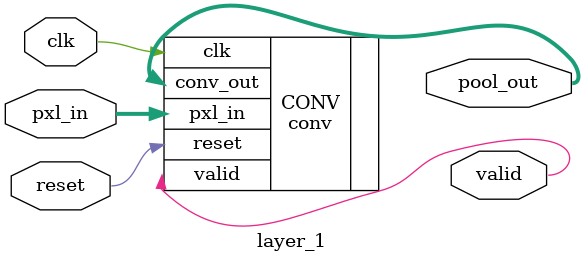
<source format=v>
module layer_1(
  input clk,
  input reset,
  input signed [PP:0] pxl_in,
  output signed [OP:0] pool_out,
  output valid
);
  parameter PP = 8;
  parameter OP = 8;

  // parameterize output resolution between PP and CP (i.e. WP + PP)?
  // wire signed [PP:0] conv0_out;
  // wire conv0_valid;
  conv CONV(
    .clk (clk),
    .reset (reset),
    .pxl_in (pxl_in),
    // .conv_out (conv0_out),
    .conv_out (pool_out),
    .valid (valid)
  );

 //  wire pool0_clk;
 //  assign pool0_clk = clk && conv0_valid;
 //  // wire pool0_valid;
 //  // wire signed [PP:0] pool0_out;
 //
 //  reg signed [5:0] pool0_row = -2;
 //  always @ (posedge clk) begin
 //    pool0_row <= pool0_row < 32-1 ? pool0_row + 1 : 0;
 //  end
 //
 //  wire pool0_valid;
 //  max_pool MAX_POOL(
 //    .clk (pool0_clk),
 //    .reset (reset),
 //    .pxl_in (conv0_out),
 //    .pool_out (pool_out),
 //    .valid (pool0_valid)
 //  );
 // assign valid = pool0_valid && (pool0_row >= 5-1);

endmodule // layer_1

</source>
